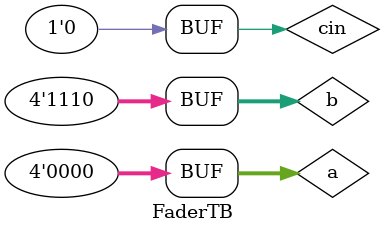
<source format=v>
`timescale 1ns / 1ps


module FaderTB();

    reg [3:0] a;
    reg [3:0] b;
    reg cin;
    wire [3:0] s;
    wire cout;
    
FourBA uut(.A(a), .B(b), .Cin(cin), .S(s), .Cout(cout));

initial
    begin
       a = 4'b0011; b = 4'b1010; cin=1; 
       #50
       a = 4'b1011; b = 4'b1000; cin=0; 
       #50
       a = 4'b0111; b = 4'b1011; cin=1; 
       #50
       a = 4'b0000; b = 4'b1110; cin=0; 
    end
endmodule

</source>
